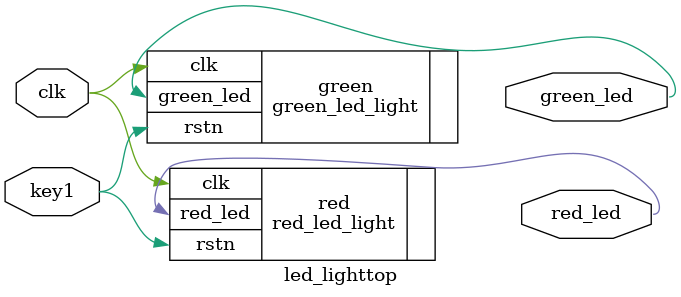
<source format=v>
module led_lighttop(
    input clk,      // 时钟频率
    input key1,     // 使能信号,低电平有效    

    output red_led,    // 输出的led信号
     output green_led    
);

green_led_light green(
    .clk(clk) ,    // 时钟频率
    .rstn(key1),     // 使能信号   

    .green_led(green_led)    
);


red_led_light red (
     .clk(clk),      // 时钟频率
     .rstn(key1),   // 使能信号   

     .red_led(red_led)    
);

endmodule

</source>
